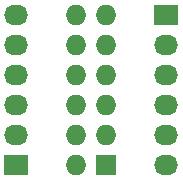
<source format=gbr>
G04 #@! TF.FileFunction,Soldermask,Bot*
%FSLAX46Y46*%
G04 Gerber Fmt 4.6, Leading zero omitted, Abs format (unit mm)*
G04 Created by KiCad (PCBNEW 4.0.1-stable) date 12/25/2016 9:27:08 PM*
%MOMM*%
G01*
G04 APERTURE LIST*
%ADD10C,0.100000*%
%ADD11R,2.032000X1.727200*%
%ADD12O,2.032000X1.727200*%
%ADD13R,1.727200X1.727200*%
%ADD14O,1.727200X1.727200*%
G04 APERTURE END LIST*
D10*
D11*
X15240000Y0D03*
D12*
X15240000Y-2540000D03*
X15240000Y-5080000D03*
X15240000Y-7620000D03*
X15240000Y-10160000D03*
X15240000Y-12700000D03*
D11*
X2540000Y-12700000D03*
D12*
X2540000Y-10160000D03*
X2540000Y-7620000D03*
X2540000Y-5080000D03*
X2540000Y-2540000D03*
X2540000Y0D03*
D13*
X10160000Y-12700000D03*
D14*
X7620000Y-12700000D03*
X10160000Y-10160000D03*
X7620000Y-10160000D03*
X10160000Y-7620000D03*
X7620000Y-7620000D03*
X10160000Y-5080000D03*
X7620000Y-5080000D03*
X10160000Y-2540000D03*
X7620000Y-2540000D03*
X10160000Y0D03*
X7620000Y0D03*
M02*

</source>
